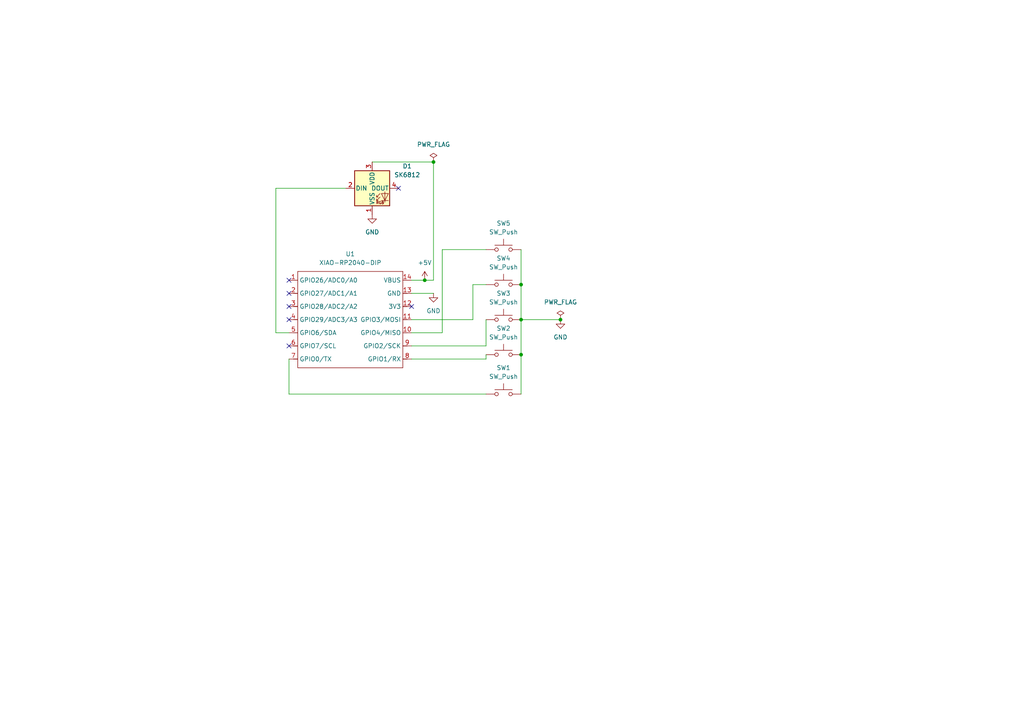
<source format=kicad_sch>
(kicad_sch
	(version 20250114)
	(generator "eeschema")
	(generator_version "9.0")
	(uuid "fdf4026b-3517-460d-8447-12e401ef4a25")
	(paper "A4")
	(lib_symbols
		(symbol "LED:SK6812"
			(pin_names
				(offset 0.254)
			)
			(exclude_from_sim no)
			(in_bom yes)
			(on_board yes)
			(property "Reference" "D"
				(at 5.08 5.715 0)
				(effects
					(font
						(size 1.27 1.27)
					)
					(justify right bottom)
				)
			)
			(property "Value" "SK6812"
				(at 1.27 -5.715 0)
				(effects
					(font
						(size 1.27 1.27)
					)
					(justify left top)
				)
			)
			(property "Footprint" "LED_SMD:LED_SK6812_PLCC4_5.0x5.0mm_P3.2mm"
				(at 1.27 -7.62 0)
				(effects
					(font
						(size 1.27 1.27)
					)
					(justify left top)
					(hide yes)
				)
			)
			(property "Datasheet" "https://cdn-shop.adafruit.com/product-files/1138/SK6812+LED+datasheet+.pdf"
				(at 2.54 -9.525 0)
				(effects
					(font
						(size 1.27 1.27)
					)
					(justify left top)
					(hide yes)
				)
			)
			(property "Description" "RGB LED with integrated controller"
				(at 0 0 0)
				(effects
					(font
						(size 1.27 1.27)
					)
					(hide yes)
				)
			)
			(property "ki_keywords" "RGB LED NeoPixel addressable"
				(at 0 0 0)
				(effects
					(font
						(size 1.27 1.27)
					)
					(hide yes)
				)
			)
			(property "ki_fp_filters" "LED*SK6812*PLCC*5.0x5.0mm*P3.2mm*"
				(at 0 0 0)
				(effects
					(font
						(size 1.27 1.27)
					)
					(hide yes)
				)
			)
			(symbol "SK6812_0_0"
				(text "RGB"
					(at 2.286 -4.191 0)
					(effects
						(font
							(size 0.762 0.762)
						)
					)
				)
			)
			(symbol "SK6812_0_1"
				(polyline
					(pts
						(xy 1.27 -2.54) (xy 1.778 -2.54)
					)
					(stroke
						(width 0)
						(type default)
					)
					(fill
						(type none)
					)
				)
				(polyline
					(pts
						(xy 1.27 -3.556) (xy 1.778 -3.556)
					)
					(stroke
						(width 0)
						(type default)
					)
					(fill
						(type none)
					)
				)
				(polyline
					(pts
						(xy 2.286 -1.524) (xy 1.27 -2.54) (xy 1.27 -2.032)
					)
					(stroke
						(width 0)
						(type default)
					)
					(fill
						(type none)
					)
				)
				(polyline
					(pts
						(xy 2.286 -2.54) (xy 1.27 -3.556) (xy 1.27 -3.048)
					)
					(stroke
						(width 0)
						(type default)
					)
					(fill
						(type none)
					)
				)
				(polyline
					(pts
						(xy 3.683 -1.016) (xy 3.683 -3.556) (xy 3.683 -4.064)
					)
					(stroke
						(width 0)
						(type default)
					)
					(fill
						(type none)
					)
				)
				(polyline
					(pts
						(xy 4.699 -1.524) (xy 2.667 -1.524) (xy 3.683 -3.556) (xy 4.699 -1.524)
					)
					(stroke
						(width 0)
						(type default)
					)
					(fill
						(type none)
					)
				)
				(polyline
					(pts
						(xy 4.699 -3.556) (xy 2.667 -3.556)
					)
					(stroke
						(width 0)
						(type default)
					)
					(fill
						(type none)
					)
				)
				(rectangle
					(start 5.08 5.08)
					(end -5.08 -5.08)
					(stroke
						(width 0.254)
						(type default)
					)
					(fill
						(type background)
					)
				)
			)
			(symbol "SK6812_1_1"
				(pin input line
					(at -7.62 0 0)
					(length 2.54)
					(name "DIN"
						(effects
							(font
								(size 1.27 1.27)
							)
						)
					)
					(number "2"
						(effects
							(font
								(size 1.27 1.27)
							)
						)
					)
				)
				(pin power_in line
					(at 0 7.62 270)
					(length 2.54)
					(name "VDD"
						(effects
							(font
								(size 1.27 1.27)
							)
						)
					)
					(number "3"
						(effects
							(font
								(size 1.27 1.27)
							)
						)
					)
				)
				(pin power_in line
					(at 0 -7.62 90)
					(length 2.54)
					(name "VSS"
						(effects
							(font
								(size 1.27 1.27)
							)
						)
					)
					(number "1"
						(effects
							(font
								(size 1.27 1.27)
							)
						)
					)
				)
				(pin output line
					(at 7.62 0 180)
					(length 2.54)
					(name "DOUT"
						(effects
							(font
								(size 1.27 1.27)
							)
						)
					)
					(number "4"
						(effects
							(font
								(size 1.27 1.27)
							)
						)
					)
				)
			)
			(embedded_fonts no)
		)
		(symbol "Seeed_Studio_XIAO_Series:XIAO-RP2040-DIP"
			(exclude_from_sim no)
			(in_bom yes)
			(on_board yes)
			(property "Reference" "U"
				(at 0 0 0)
				(effects
					(font
						(size 1.27 1.27)
					)
				)
			)
			(property "Value" "XIAO-RP2040-DIP"
				(at 5.334 -1.778 0)
				(effects
					(font
						(size 1.27 1.27)
					)
				)
			)
			(property "Footprint" "Module:MOUDLE14P-XIAO-DIP-SMD"
				(at 14.478 -32.258 0)
				(effects
					(font
						(size 1.27 1.27)
					)
					(hide yes)
				)
			)
			(property "Datasheet" ""
				(at 0 0 0)
				(effects
					(font
						(size 1.27 1.27)
					)
					(hide yes)
				)
			)
			(property "Description" ""
				(at 0 0 0)
				(effects
					(font
						(size 1.27 1.27)
					)
					(hide yes)
				)
			)
			(symbol "XIAO-RP2040-DIP_1_0"
				(polyline
					(pts
						(xy -1.27 -2.54) (xy 29.21 -2.54)
					)
					(stroke
						(width 0.1524)
						(type solid)
					)
					(fill
						(type none)
					)
				)
				(polyline
					(pts
						(xy -1.27 -5.08) (xy -2.54 -5.08)
					)
					(stroke
						(width 0.1524)
						(type solid)
					)
					(fill
						(type none)
					)
				)
				(polyline
					(pts
						(xy -1.27 -5.08) (xy -1.27 -2.54)
					)
					(stroke
						(width 0.1524)
						(type solid)
					)
					(fill
						(type none)
					)
				)
				(polyline
					(pts
						(xy -1.27 -8.89) (xy -2.54 -8.89)
					)
					(stroke
						(width 0.1524)
						(type solid)
					)
					(fill
						(type none)
					)
				)
				(polyline
					(pts
						(xy -1.27 -8.89) (xy -1.27 -5.08)
					)
					(stroke
						(width 0.1524)
						(type solid)
					)
					(fill
						(type none)
					)
				)
				(polyline
					(pts
						(xy -1.27 -12.7) (xy -2.54 -12.7)
					)
					(stroke
						(width 0.1524)
						(type solid)
					)
					(fill
						(type none)
					)
				)
				(polyline
					(pts
						(xy -1.27 -12.7) (xy -1.27 -8.89)
					)
					(stroke
						(width 0.1524)
						(type solid)
					)
					(fill
						(type none)
					)
				)
				(polyline
					(pts
						(xy -1.27 -16.51) (xy -2.54 -16.51)
					)
					(stroke
						(width 0.1524)
						(type solid)
					)
					(fill
						(type none)
					)
				)
				(polyline
					(pts
						(xy -1.27 -16.51) (xy -1.27 -12.7)
					)
					(stroke
						(width 0.1524)
						(type solid)
					)
					(fill
						(type none)
					)
				)
				(polyline
					(pts
						(xy -1.27 -20.32) (xy -2.54 -20.32)
					)
					(stroke
						(width 0.1524)
						(type solid)
					)
					(fill
						(type none)
					)
				)
				(polyline
					(pts
						(xy -1.27 -24.13) (xy -2.54 -24.13)
					)
					(stroke
						(width 0.1524)
						(type solid)
					)
					(fill
						(type none)
					)
				)
				(polyline
					(pts
						(xy -1.27 -27.94) (xy -2.54 -27.94)
					)
					(stroke
						(width 0.1524)
						(type solid)
					)
					(fill
						(type none)
					)
				)
				(polyline
					(pts
						(xy -1.27 -30.48) (xy -1.27 -16.51)
					)
					(stroke
						(width 0.1524)
						(type solid)
					)
					(fill
						(type none)
					)
				)
				(polyline
					(pts
						(xy 29.21 -2.54) (xy 29.21 -5.08)
					)
					(stroke
						(width 0.1524)
						(type solid)
					)
					(fill
						(type none)
					)
				)
				(polyline
					(pts
						(xy 29.21 -5.08) (xy 29.21 -8.89)
					)
					(stroke
						(width 0.1524)
						(type solid)
					)
					(fill
						(type none)
					)
				)
				(polyline
					(pts
						(xy 29.21 -8.89) (xy 29.21 -12.7)
					)
					(stroke
						(width 0.1524)
						(type solid)
					)
					(fill
						(type none)
					)
				)
				(polyline
					(pts
						(xy 29.21 -12.7) (xy 29.21 -30.48)
					)
					(stroke
						(width 0.1524)
						(type solid)
					)
					(fill
						(type none)
					)
				)
				(polyline
					(pts
						(xy 29.21 -30.48) (xy -1.27 -30.48)
					)
					(stroke
						(width 0.1524)
						(type solid)
					)
					(fill
						(type none)
					)
				)
				(polyline
					(pts
						(xy 30.48 -5.08) (xy 29.21 -5.08)
					)
					(stroke
						(width 0.1524)
						(type solid)
					)
					(fill
						(type none)
					)
				)
				(polyline
					(pts
						(xy 30.48 -8.89) (xy 29.21 -8.89)
					)
					(stroke
						(width 0.1524)
						(type solid)
					)
					(fill
						(type none)
					)
				)
				(polyline
					(pts
						(xy 30.48 -12.7) (xy 29.21 -12.7)
					)
					(stroke
						(width 0.1524)
						(type solid)
					)
					(fill
						(type none)
					)
				)
				(polyline
					(pts
						(xy 30.48 -16.51) (xy 29.21 -16.51)
					)
					(stroke
						(width 0.1524)
						(type solid)
					)
					(fill
						(type none)
					)
				)
				(polyline
					(pts
						(xy 30.48 -20.32) (xy 29.21 -20.32)
					)
					(stroke
						(width 0.1524)
						(type solid)
					)
					(fill
						(type none)
					)
				)
				(polyline
					(pts
						(xy 30.48 -24.13) (xy 29.21 -24.13)
					)
					(stroke
						(width 0.1524)
						(type solid)
					)
					(fill
						(type none)
					)
				)
				(polyline
					(pts
						(xy 30.48 -27.94) (xy 29.21 -27.94)
					)
					(stroke
						(width 0.1524)
						(type solid)
					)
					(fill
						(type none)
					)
				)
				(pin passive line
					(at -3.81 -5.08 0)
					(length 2.54)
					(name "GPIO26/ADC0/A0"
						(effects
							(font
								(size 1.27 1.27)
							)
						)
					)
					(number "1"
						(effects
							(font
								(size 1.27 1.27)
							)
						)
					)
				)
				(pin passive line
					(at -3.81 -8.89 0)
					(length 2.54)
					(name "GPIO27/ADC1/A1"
						(effects
							(font
								(size 1.27 1.27)
							)
						)
					)
					(number "2"
						(effects
							(font
								(size 1.27 1.27)
							)
						)
					)
				)
				(pin passive line
					(at -3.81 -12.7 0)
					(length 2.54)
					(name "GPIO28/ADC2/A2"
						(effects
							(font
								(size 1.27 1.27)
							)
						)
					)
					(number "3"
						(effects
							(font
								(size 1.27 1.27)
							)
						)
					)
				)
				(pin passive line
					(at -3.81 -16.51 0)
					(length 2.54)
					(name "GPIO29/ADC3/A3"
						(effects
							(font
								(size 1.27 1.27)
							)
						)
					)
					(number "4"
						(effects
							(font
								(size 1.27 1.27)
							)
						)
					)
				)
				(pin passive line
					(at -3.81 -20.32 0)
					(length 2.54)
					(name "GPIO6/SDA"
						(effects
							(font
								(size 1.27 1.27)
							)
						)
					)
					(number "5"
						(effects
							(font
								(size 1.27 1.27)
							)
						)
					)
				)
				(pin passive line
					(at -3.81 -24.13 0)
					(length 2.54)
					(name "GPIO7/SCL"
						(effects
							(font
								(size 1.27 1.27)
							)
						)
					)
					(number "6"
						(effects
							(font
								(size 1.27 1.27)
							)
						)
					)
				)
				(pin passive line
					(at -3.81 -27.94 0)
					(length 2.54)
					(name "GPIO0/TX"
						(effects
							(font
								(size 1.27 1.27)
							)
						)
					)
					(number "7"
						(effects
							(font
								(size 1.27 1.27)
							)
						)
					)
				)
				(pin passive line
					(at 31.75 -5.08 180)
					(length 2.54)
					(name "VBUS"
						(effects
							(font
								(size 1.27 1.27)
							)
						)
					)
					(number "14"
						(effects
							(font
								(size 1.27 1.27)
							)
						)
					)
				)
				(pin passive line
					(at 31.75 -8.89 180)
					(length 2.54)
					(name "GND"
						(effects
							(font
								(size 1.27 1.27)
							)
						)
					)
					(number "13"
						(effects
							(font
								(size 1.27 1.27)
							)
						)
					)
				)
				(pin passive line
					(at 31.75 -12.7 180)
					(length 2.54)
					(name "3V3"
						(effects
							(font
								(size 1.27 1.27)
							)
						)
					)
					(number "12"
						(effects
							(font
								(size 1.27 1.27)
							)
						)
					)
				)
				(pin passive line
					(at 31.75 -16.51 180)
					(length 2.54)
					(name "GPIO3/MOSI"
						(effects
							(font
								(size 1.27 1.27)
							)
						)
					)
					(number "11"
						(effects
							(font
								(size 1.27 1.27)
							)
						)
					)
				)
				(pin passive line
					(at 31.75 -20.32 180)
					(length 2.54)
					(name "GPIO4/MISO"
						(effects
							(font
								(size 1.27 1.27)
							)
						)
					)
					(number "10"
						(effects
							(font
								(size 1.27 1.27)
							)
						)
					)
				)
				(pin passive line
					(at 31.75 -24.13 180)
					(length 2.54)
					(name "GPIO2/SCK"
						(effects
							(font
								(size 1.27 1.27)
							)
						)
					)
					(number "9"
						(effects
							(font
								(size 1.27 1.27)
							)
						)
					)
				)
				(pin passive line
					(at 31.75 -27.94 180)
					(length 2.54)
					(name "GPIO1/RX"
						(effects
							(font
								(size 1.27 1.27)
							)
						)
					)
					(number "8"
						(effects
							(font
								(size 1.27 1.27)
							)
						)
					)
				)
			)
			(embedded_fonts no)
		)
		(symbol "Switch:SW_Push"
			(pin_numbers
				(hide yes)
			)
			(pin_names
				(offset 1.016)
				(hide yes)
			)
			(exclude_from_sim no)
			(in_bom yes)
			(on_board yes)
			(property "Reference" "SW"
				(at 1.27 2.54 0)
				(effects
					(font
						(size 1.27 1.27)
					)
					(justify left)
				)
			)
			(property "Value" "SW_Push"
				(at 0 -1.524 0)
				(effects
					(font
						(size 1.27 1.27)
					)
				)
			)
			(property "Footprint" ""
				(at 0 5.08 0)
				(effects
					(font
						(size 1.27 1.27)
					)
					(hide yes)
				)
			)
			(property "Datasheet" "~"
				(at 0 5.08 0)
				(effects
					(font
						(size 1.27 1.27)
					)
					(hide yes)
				)
			)
			(property "Description" "Push button switch, generic, two pins"
				(at 0 0 0)
				(effects
					(font
						(size 1.27 1.27)
					)
					(hide yes)
				)
			)
			(property "ki_keywords" "switch normally-open pushbutton push-button"
				(at 0 0 0)
				(effects
					(font
						(size 1.27 1.27)
					)
					(hide yes)
				)
			)
			(symbol "SW_Push_0_1"
				(circle
					(center -2.032 0)
					(radius 0.508)
					(stroke
						(width 0)
						(type default)
					)
					(fill
						(type none)
					)
				)
				(polyline
					(pts
						(xy 0 1.27) (xy 0 3.048)
					)
					(stroke
						(width 0)
						(type default)
					)
					(fill
						(type none)
					)
				)
				(circle
					(center 2.032 0)
					(radius 0.508)
					(stroke
						(width 0)
						(type default)
					)
					(fill
						(type none)
					)
				)
				(polyline
					(pts
						(xy 2.54 1.27) (xy -2.54 1.27)
					)
					(stroke
						(width 0)
						(type default)
					)
					(fill
						(type none)
					)
				)
				(pin passive line
					(at -5.08 0 0)
					(length 2.54)
					(name "1"
						(effects
							(font
								(size 1.27 1.27)
							)
						)
					)
					(number "1"
						(effects
							(font
								(size 1.27 1.27)
							)
						)
					)
				)
				(pin passive line
					(at 5.08 0 180)
					(length 2.54)
					(name "2"
						(effects
							(font
								(size 1.27 1.27)
							)
						)
					)
					(number "2"
						(effects
							(font
								(size 1.27 1.27)
							)
						)
					)
				)
			)
			(embedded_fonts no)
		)
		(symbol "power:+5V"
			(power)
			(pin_numbers
				(hide yes)
			)
			(pin_names
				(offset 0)
				(hide yes)
			)
			(exclude_from_sim no)
			(in_bom yes)
			(on_board yes)
			(property "Reference" "#PWR"
				(at 0 -3.81 0)
				(effects
					(font
						(size 1.27 1.27)
					)
					(hide yes)
				)
			)
			(property "Value" "+5V"
				(at 0 3.556 0)
				(effects
					(font
						(size 1.27 1.27)
					)
				)
			)
			(property "Footprint" ""
				(at 0 0 0)
				(effects
					(font
						(size 1.27 1.27)
					)
					(hide yes)
				)
			)
			(property "Datasheet" ""
				(at 0 0 0)
				(effects
					(font
						(size 1.27 1.27)
					)
					(hide yes)
				)
			)
			(property "Description" "Power symbol creates a global label with name \"+5V\""
				(at 0 0 0)
				(effects
					(font
						(size 1.27 1.27)
					)
					(hide yes)
				)
			)
			(property "ki_keywords" "global power"
				(at 0 0 0)
				(effects
					(font
						(size 1.27 1.27)
					)
					(hide yes)
				)
			)
			(symbol "+5V_0_1"
				(polyline
					(pts
						(xy -0.762 1.27) (xy 0 2.54)
					)
					(stroke
						(width 0)
						(type default)
					)
					(fill
						(type none)
					)
				)
				(polyline
					(pts
						(xy 0 2.54) (xy 0.762 1.27)
					)
					(stroke
						(width 0)
						(type default)
					)
					(fill
						(type none)
					)
				)
				(polyline
					(pts
						(xy 0 0) (xy 0 2.54)
					)
					(stroke
						(width 0)
						(type default)
					)
					(fill
						(type none)
					)
				)
			)
			(symbol "+5V_1_1"
				(pin power_in line
					(at 0 0 90)
					(length 0)
					(name "~"
						(effects
							(font
								(size 1.27 1.27)
							)
						)
					)
					(number "1"
						(effects
							(font
								(size 1.27 1.27)
							)
						)
					)
				)
			)
			(embedded_fonts no)
		)
		(symbol "power:GND"
			(power)
			(pin_numbers
				(hide yes)
			)
			(pin_names
				(offset 0)
				(hide yes)
			)
			(exclude_from_sim no)
			(in_bom yes)
			(on_board yes)
			(property "Reference" "#PWR"
				(at 0 -6.35 0)
				(effects
					(font
						(size 1.27 1.27)
					)
					(hide yes)
				)
			)
			(property "Value" "GND"
				(at 0 -3.81 0)
				(effects
					(font
						(size 1.27 1.27)
					)
				)
			)
			(property "Footprint" ""
				(at 0 0 0)
				(effects
					(font
						(size 1.27 1.27)
					)
					(hide yes)
				)
			)
			(property "Datasheet" ""
				(at 0 0 0)
				(effects
					(font
						(size 1.27 1.27)
					)
					(hide yes)
				)
			)
			(property "Description" "Power symbol creates a global label with name \"GND\" , ground"
				(at 0 0 0)
				(effects
					(font
						(size 1.27 1.27)
					)
					(hide yes)
				)
			)
			(property "ki_keywords" "global power"
				(at 0 0 0)
				(effects
					(font
						(size 1.27 1.27)
					)
					(hide yes)
				)
			)
			(symbol "GND_0_1"
				(polyline
					(pts
						(xy 0 0) (xy 0 -1.27) (xy 1.27 -1.27) (xy 0 -2.54) (xy -1.27 -1.27) (xy 0 -1.27)
					)
					(stroke
						(width 0)
						(type default)
					)
					(fill
						(type none)
					)
				)
			)
			(symbol "GND_1_1"
				(pin power_in line
					(at 0 0 270)
					(length 0)
					(name "~"
						(effects
							(font
								(size 1.27 1.27)
							)
						)
					)
					(number "1"
						(effects
							(font
								(size 1.27 1.27)
							)
						)
					)
				)
			)
			(embedded_fonts no)
		)
		(symbol "power:PWR_FLAG"
			(power)
			(pin_numbers
				(hide yes)
			)
			(pin_names
				(offset 0)
				(hide yes)
			)
			(exclude_from_sim no)
			(in_bom yes)
			(on_board yes)
			(property "Reference" "#FLG"
				(at 0 1.905 0)
				(effects
					(font
						(size 1.27 1.27)
					)
					(hide yes)
				)
			)
			(property "Value" "PWR_FLAG"
				(at 0 3.81 0)
				(effects
					(font
						(size 1.27 1.27)
					)
				)
			)
			(property "Footprint" ""
				(at 0 0 0)
				(effects
					(font
						(size 1.27 1.27)
					)
					(hide yes)
				)
			)
			(property "Datasheet" "~"
				(at 0 0 0)
				(effects
					(font
						(size 1.27 1.27)
					)
					(hide yes)
				)
			)
			(property "Description" "Special symbol for telling ERC where power comes from"
				(at 0 0 0)
				(effects
					(font
						(size 1.27 1.27)
					)
					(hide yes)
				)
			)
			(property "ki_keywords" "flag power"
				(at 0 0 0)
				(effects
					(font
						(size 1.27 1.27)
					)
					(hide yes)
				)
			)
			(symbol "PWR_FLAG_0_0"
				(pin power_out line
					(at 0 0 90)
					(length 0)
					(name "~"
						(effects
							(font
								(size 1.27 1.27)
							)
						)
					)
					(number "1"
						(effects
							(font
								(size 1.27 1.27)
							)
						)
					)
				)
			)
			(symbol "PWR_FLAG_0_1"
				(polyline
					(pts
						(xy 0 0) (xy 0 1.27) (xy -1.016 1.905) (xy 0 2.54) (xy 1.016 1.905) (xy 0 1.27)
					)
					(stroke
						(width 0)
						(type default)
					)
					(fill
						(type none)
					)
				)
			)
			(embedded_fonts no)
		)
	)
	(junction
		(at 151.13 102.87)
		(diameter 0)
		(color 0 0 0 0)
		(uuid "2920ab05-3431-4423-b3ae-2b2b3f934931")
	)
	(junction
		(at 123.19 81.28)
		(diameter 0)
		(color 0 0 0 0)
		(uuid "575a8252-fe21-424e-b1b9-aa522460afb2")
	)
	(junction
		(at 151.13 82.55)
		(diameter 0)
		(color 0 0 0 0)
		(uuid "79e81b00-6cc4-4420-a346-090207f07e85")
	)
	(junction
		(at 162.56 92.71)
		(diameter 0)
		(color 0 0 0 0)
		(uuid "b3f453a4-f79b-4bc4-a250-24a623d0c8b2")
	)
	(junction
		(at 125.73 46.99)
		(diameter 0)
		(color 0 0 0 0)
		(uuid "c334e77c-fa56-4ed2-8489-a193cbcf5b06")
	)
	(junction
		(at 151.13 92.71)
		(diameter 0)
		(color 0 0 0 0)
		(uuid "f97b2d1e-e443-42d1-b77a-5f7b32f3ab26")
	)
	(no_connect
		(at 119.38 88.9)
		(uuid "4cda7cd7-9ad3-4914-a458-3998db171d3e")
	)
	(no_connect
		(at 83.82 92.71)
		(uuid "82c04f2b-920f-44a9-ba7e-ea609b1b8a85")
	)
	(no_connect
		(at 115.57 54.61)
		(uuid "dd4a4f16-6e5d-471b-8ed6-2db5cc08ade5")
	)
	(no_connect
		(at 83.82 100.33)
		(uuid "e45e23fc-7279-4a20-b4a5-0e8ede5cdf67")
	)
	(no_connect
		(at 83.82 88.9)
		(uuid "e6e9396a-2cc3-4091-8905-b43791110c85")
	)
	(no_connect
		(at 83.82 85.09)
		(uuid "f82eb721-a77c-4c1b-926e-d7b9a504fa2e")
	)
	(no_connect
		(at 83.82 81.28)
		(uuid "fd54e5fe-5ea4-431d-9944-80e9c51295f5")
	)
	(wire
		(pts
			(xy 137.16 92.71) (xy 137.16 82.55)
		)
		(stroke
			(width 0)
			(type default)
		)
		(uuid "008e5170-7be1-47fd-bb88-be487a64ea67")
	)
	(wire
		(pts
			(xy 80.01 54.61) (xy 80.01 96.52)
		)
		(stroke
			(width 0)
			(type default)
		)
		(uuid "0450c8a9-55bc-4a5c-8b0c-379ea8cec1bc")
	)
	(wire
		(pts
			(xy 140.97 72.39) (xy 128.27 72.39)
		)
		(stroke
			(width 0)
			(type default)
		)
		(uuid "0c54fa0f-b5dc-4bd0-bf00-af3de3c7ff93")
	)
	(wire
		(pts
			(xy 128.27 96.52) (xy 119.38 96.52)
		)
		(stroke
			(width 0)
			(type default)
		)
		(uuid "138473fd-c614-42df-819d-f980ce1fa792")
	)
	(wire
		(pts
			(xy 151.13 82.55) (xy 151.13 92.71)
		)
		(stroke
			(width 0)
			(type default)
		)
		(uuid "29e354d2-ec23-4b84-9ecd-f46781a30456")
	)
	(wire
		(pts
			(xy 125.73 46.99) (xy 107.95 46.99)
		)
		(stroke
			(width 0)
			(type default)
		)
		(uuid "383bb8ca-2fc4-4a8d-9de1-bd92dc369747")
	)
	(wire
		(pts
			(xy 123.19 81.28) (xy 119.38 81.28)
		)
		(stroke
			(width 0)
			(type default)
		)
		(uuid "3c92abb1-c73c-42fb-b76d-711c895ffe17")
	)
	(wire
		(pts
			(xy 100.33 54.61) (xy 80.01 54.61)
		)
		(stroke
			(width 0)
			(type default)
		)
		(uuid "44cd4b24-5cfa-497a-82fb-c4b351408587")
	)
	(wire
		(pts
			(xy 151.13 92.71) (xy 162.56 92.71)
		)
		(stroke
			(width 0)
			(type default)
		)
		(uuid "48b48786-2318-447a-be3f-103921bcd260")
	)
	(wire
		(pts
			(xy 83.82 104.14) (xy 83.82 114.3)
		)
		(stroke
			(width 0)
			(type default)
		)
		(uuid "4a407bd1-3b4c-4868-83e3-d780180891aa")
	)
	(wire
		(pts
			(xy 119.38 92.71) (xy 137.16 92.71)
		)
		(stroke
			(width 0)
			(type default)
		)
		(uuid "4c93bc7a-32c6-4cae-b8da-c2bcffa5ab45")
	)
	(wire
		(pts
			(xy 151.13 102.87) (xy 151.13 114.3)
		)
		(stroke
			(width 0)
			(type default)
		)
		(uuid "4e627175-a48e-4d99-8d7a-7a188d095312")
	)
	(wire
		(pts
			(xy 80.01 96.52) (xy 83.82 96.52)
		)
		(stroke
			(width 0)
			(type default)
		)
		(uuid "58020e04-b942-44e1-bba8-25cd3527259c")
	)
	(wire
		(pts
			(xy 83.82 114.3) (xy 140.97 114.3)
		)
		(stroke
			(width 0)
			(type default)
		)
		(uuid "630bb2c4-ec71-4877-9b0f-d478c58a8783")
	)
	(wire
		(pts
			(xy 140.97 100.33) (xy 140.97 92.71)
		)
		(stroke
			(width 0)
			(type default)
		)
		(uuid "6aa8036d-7453-4b04-bb50-c772246e02fb")
	)
	(wire
		(pts
			(xy 151.13 92.71) (xy 151.13 102.87)
		)
		(stroke
			(width 0)
			(type default)
		)
		(uuid "6cc7cb44-c34d-4fb4-a6f7-0347a1df92e6")
	)
	(wire
		(pts
			(xy 128.27 72.39) (xy 128.27 96.52)
		)
		(stroke
			(width 0)
			(type default)
		)
		(uuid "9062b00c-00cb-440e-9d59-65b03a619cd6")
	)
	(wire
		(pts
			(xy 119.38 104.14) (xy 140.97 104.14)
		)
		(stroke
			(width 0)
			(type default)
		)
		(uuid "967430ad-52fb-43bd-8063-e9a96a62ffb5")
	)
	(wire
		(pts
			(xy 123.19 81.28) (xy 125.73 81.28)
		)
		(stroke
			(width 0)
			(type default)
		)
		(uuid "b9fde70e-9b66-4a19-bbbb-a74b8db5cfd7")
	)
	(wire
		(pts
			(xy 125.73 85.09) (xy 119.38 85.09)
		)
		(stroke
			(width 0)
			(type default)
		)
		(uuid "bd5e17e3-90cd-4085-988d-0fdda7055dc3")
	)
	(wire
		(pts
			(xy 125.73 46.99) (xy 125.73 81.28)
		)
		(stroke
			(width 0)
			(type default)
		)
		(uuid "c6d3d8b9-faa7-46af-82f8-1785ec423ec8")
	)
	(wire
		(pts
			(xy 137.16 82.55) (xy 140.97 82.55)
		)
		(stroke
			(width 0)
			(type default)
		)
		(uuid "d1735a29-e968-45ee-b744-7a6e67c78e0a")
	)
	(wire
		(pts
			(xy 140.97 104.14) (xy 140.97 102.87)
		)
		(stroke
			(width 0)
			(type default)
		)
		(uuid "ddb8953d-98be-4298-841f-d76310d73e6a")
	)
	(wire
		(pts
			(xy 151.13 72.39) (xy 151.13 82.55)
		)
		(stroke
			(width 0)
			(type default)
		)
		(uuid "fa826332-f17a-411f-9e7d-e47df956b4be")
	)
	(wire
		(pts
			(xy 119.38 100.33) (xy 140.97 100.33)
		)
		(stroke
			(width 0)
			(type default)
		)
		(uuid "fc8a373d-c82b-4da5-8eb6-d987d2f0052d")
	)
	(symbol
		(lib_id "Seeed_Studio_XIAO_Series:XIAO-RP2040-DIP")
		(at 87.63 76.2 0)
		(unit 1)
		(exclude_from_sim no)
		(in_bom yes)
		(on_board yes)
		(dnp no)
		(fields_autoplaced yes)
		(uuid "26fdf740-762b-4d1d-bd02-5378eb7017a9")
		(property "Reference" "U1"
			(at 101.6 73.66 0)
			(effects
				(font
					(size 1.27 1.27)
				)
			)
		)
		(property "Value" "XIAO-RP2040-DIP"
			(at 101.6 76.2 0)
			(effects
				(font
					(size 1.27 1.27)
				)
			)
		)
		(property "Footprint" "OPL_Kicad_Library-master:XIAO-RP2040-DIP"
			(at 102.108 108.458 0)
			(effects
				(font
					(size 1.27 1.27)
				)
				(hide yes)
			)
		)
		(property "Datasheet" ""
			(at 87.63 76.2 0)
			(effects
				(font
					(size 1.27 1.27)
				)
				(hide yes)
			)
		)
		(property "Description" ""
			(at 87.63 76.2 0)
			(effects
				(font
					(size 1.27 1.27)
				)
				(hide yes)
			)
		)
		(pin "10"
			(uuid "0df03cdb-9abe-4f4f-bbcc-411abdba7714")
		)
		(pin "13"
			(uuid "cbc597db-c15b-4be4-9450-228c001710df")
		)
		(pin "6"
			(uuid "30ab410d-3f79-4d35-9513-9a74cc41136c")
		)
		(pin "11"
			(uuid "627a2b8e-d934-4d52-aa2e-9370696942d8")
		)
		(pin "9"
			(uuid "2f1238bf-212b-407f-8058-1c252b85e31f")
		)
		(pin "8"
			(uuid "d8e9f27e-5828-43bc-96fb-f154e94ee574")
		)
		(pin "14"
			(uuid "ed24a8f7-ef5d-4c35-989e-4853b175c1d2")
		)
		(pin "5"
			(uuid "260d2e62-4ba1-40ce-8133-7b3d14ece753")
		)
		(pin "7"
			(uuid "22c73331-f107-4d9c-adbe-0cca9a1cda80")
		)
		(pin "12"
			(uuid "be3616a7-9f41-4891-871d-1c0d9df83f5b")
		)
		(pin "1"
			(uuid "c924cddf-c3f7-4e7f-bd35-fd78b543cf7a")
		)
		(pin "3"
			(uuid "1d5a2193-3880-4ba3-874d-7e9a06da20d4")
		)
		(pin "4"
			(uuid "e6b7a8bb-8181-4697-af44-fd4211f1e517")
		)
		(pin "2"
			(uuid "fc51b282-b459-4619-9031-7e9aae984917")
		)
		(instances
			(project ""
				(path "/fdf4026b-3517-460d-8447-12e401ef4a25"
					(reference "U1")
					(unit 1)
				)
			)
		)
	)
	(symbol
		(lib_id "power:PWR_FLAG")
		(at 162.56 92.71 0)
		(unit 1)
		(exclude_from_sim no)
		(in_bom yes)
		(on_board yes)
		(dnp no)
		(fields_autoplaced yes)
		(uuid "29fb9a2e-2d98-4741-9952-4bcd1b462b06")
		(property "Reference" "#FLG01"
			(at 162.56 90.805 0)
			(effects
				(font
					(size 1.27 1.27)
				)
				(hide yes)
			)
		)
		(property "Value" "PWR_FLAG"
			(at 162.56 87.63 0)
			(effects
				(font
					(size 1.27 1.27)
				)
			)
		)
		(property "Footprint" ""
			(at 162.56 92.71 0)
			(effects
				(font
					(size 1.27 1.27)
				)
				(hide yes)
			)
		)
		(property "Datasheet" "~"
			(at 162.56 92.71 0)
			(effects
				(font
					(size 1.27 1.27)
				)
				(hide yes)
			)
		)
		(property "Description" "Special symbol for telling ERC where power comes from"
			(at 162.56 92.71 0)
			(effects
				(font
					(size 1.27 1.27)
				)
				(hide yes)
			)
		)
		(pin "1"
			(uuid "24e6ddcd-2ea9-47b5-aace-482d1a2eca6c")
		)
		(instances
			(project ""
				(path "/fdf4026b-3517-460d-8447-12e401ef4a25"
					(reference "#FLG01")
					(unit 1)
				)
			)
		)
	)
	(symbol
		(lib_id "power:PWR_FLAG")
		(at 125.73 46.99 0)
		(unit 1)
		(exclude_from_sim no)
		(in_bom yes)
		(on_board yes)
		(dnp no)
		(fields_autoplaced yes)
		(uuid "2bf64b0f-2115-4aba-b7c1-e03ab4fdcc5e")
		(property "Reference" "#FLG02"
			(at 125.73 45.085 0)
			(effects
				(font
					(size 1.27 1.27)
				)
				(hide yes)
			)
		)
		(property "Value" "PWR_FLAG"
			(at 125.73 41.91 0)
			(effects
				(font
					(size 1.27 1.27)
				)
			)
		)
		(property "Footprint" ""
			(at 125.73 46.99 0)
			(effects
				(font
					(size 1.27 1.27)
				)
				(hide yes)
			)
		)
		(property "Datasheet" "~"
			(at 125.73 46.99 0)
			(effects
				(font
					(size 1.27 1.27)
				)
				(hide yes)
			)
		)
		(property "Description" "Special symbol for telling ERC where power comes from"
			(at 125.73 46.99 0)
			(effects
				(font
					(size 1.27 1.27)
				)
				(hide yes)
			)
		)
		(pin "1"
			(uuid "cf8a32b2-ae7f-4025-8a7d-fd81a42e796c")
		)
		(instances
			(project ""
				(path "/fdf4026b-3517-460d-8447-12e401ef4a25"
					(reference "#FLG02")
					(unit 1)
				)
			)
		)
	)
	(symbol
		(lib_id "Switch:SW_Push")
		(at 146.05 114.3 0)
		(unit 1)
		(exclude_from_sim no)
		(in_bom yes)
		(on_board yes)
		(dnp no)
		(fields_autoplaced yes)
		(uuid "4a8cab7f-fab2-439a-8b7c-abe291fdecf9")
		(property "Reference" "SW1"
			(at 146.05 106.68 0)
			(effects
				(font
					(size 1.27 1.27)
				)
			)
		)
		(property "Value" "SW_Push"
			(at 146.05 109.22 0)
			(effects
				(font
					(size 1.27 1.27)
				)
			)
		)
		(property "Footprint" "Button_Switch_Keyboard:SW_Cherry_MX_1.00u_PCB"
			(at 146.05 109.22 0)
			(effects
				(font
					(size 1.27 1.27)
				)
				(hide yes)
			)
		)
		(property "Datasheet" "~"
			(at 146.05 109.22 0)
			(effects
				(font
					(size 1.27 1.27)
				)
				(hide yes)
			)
		)
		(property "Description" "Push button switch, generic, two pins"
			(at 146.05 114.3 0)
			(effects
				(font
					(size 1.27 1.27)
				)
				(hide yes)
			)
		)
		(pin "1"
			(uuid "e0399b5a-2f42-43a5-b44c-4a2973a2248e")
		)
		(pin "2"
			(uuid "90a564e9-807f-491b-b1c3-c83441b3288e")
		)
		(instances
			(project ""
				(path "/fdf4026b-3517-460d-8447-12e401ef4a25"
					(reference "SW1")
					(unit 1)
				)
			)
		)
	)
	(symbol
		(lib_id "power:GND")
		(at 162.56 92.71 0)
		(unit 1)
		(exclude_from_sim no)
		(in_bom yes)
		(on_board yes)
		(dnp no)
		(fields_autoplaced yes)
		(uuid "51610b29-a360-4744-b55a-25cd5cb95c9e")
		(property "Reference" "#PWR01"
			(at 162.56 99.06 0)
			(effects
				(font
					(size 1.27 1.27)
				)
				(hide yes)
			)
		)
		(property "Value" "GND"
			(at 162.56 97.79 0)
			(effects
				(font
					(size 1.27 1.27)
				)
			)
		)
		(property "Footprint" ""
			(at 162.56 92.71 0)
			(effects
				(font
					(size 1.27 1.27)
				)
				(hide yes)
			)
		)
		(property "Datasheet" ""
			(at 162.56 92.71 0)
			(effects
				(font
					(size 1.27 1.27)
				)
				(hide yes)
			)
		)
		(property "Description" "Power symbol creates a global label with name \"GND\" , ground"
			(at 162.56 92.71 0)
			(effects
				(font
					(size 1.27 1.27)
				)
				(hide yes)
			)
		)
		(pin "1"
			(uuid "e8c95767-52a9-4456-bc17-8be59f28bf90")
		)
		(instances
			(project ""
				(path "/fdf4026b-3517-460d-8447-12e401ef4a25"
					(reference "#PWR01")
					(unit 1)
				)
			)
		)
	)
	(symbol
		(lib_id "power:GND")
		(at 107.95 62.23 0)
		(unit 1)
		(exclude_from_sim no)
		(in_bom yes)
		(on_board yes)
		(dnp no)
		(fields_autoplaced yes)
		(uuid "601da47b-d719-4af2-9418-c56197fcc35b")
		(property "Reference" "#PWR05"
			(at 107.95 68.58 0)
			(effects
				(font
					(size 1.27 1.27)
				)
				(hide yes)
			)
		)
		(property "Value" "GND"
			(at 107.95 67.31 0)
			(effects
				(font
					(size 1.27 1.27)
				)
			)
		)
		(property "Footprint" ""
			(at 107.95 62.23 0)
			(effects
				(font
					(size 1.27 1.27)
				)
				(hide yes)
			)
		)
		(property "Datasheet" ""
			(at 107.95 62.23 0)
			(effects
				(font
					(size 1.27 1.27)
				)
				(hide yes)
			)
		)
		(property "Description" "Power symbol creates a global label with name \"GND\" , ground"
			(at 107.95 62.23 0)
			(effects
				(font
					(size 1.27 1.27)
				)
				(hide yes)
			)
		)
		(pin "1"
			(uuid "80a6a0f0-94c5-4106-a7c5-4a1de23fe387")
		)
		(instances
			(project ""
				(path "/fdf4026b-3517-460d-8447-12e401ef4a25"
					(reference "#PWR05")
					(unit 1)
				)
			)
		)
	)
	(symbol
		(lib_id "Switch:SW_Push")
		(at 146.05 82.55 0)
		(unit 1)
		(exclude_from_sim no)
		(in_bom yes)
		(on_board yes)
		(dnp no)
		(fields_autoplaced yes)
		(uuid "811e3cbe-04cf-42d8-8e08-734bd39229cb")
		(property "Reference" "SW4"
			(at 146.05 74.93 0)
			(effects
				(font
					(size 1.27 1.27)
				)
			)
		)
		(property "Value" "SW_Push"
			(at 146.05 77.47 0)
			(effects
				(font
					(size 1.27 1.27)
				)
			)
		)
		(property "Footprint" "Button_Switch_Keyboard:SW_Cherry_MX_1.00u_PCB"
			(at 146.05 77.47 0)
			(effects
				(font
					(size 1.27 1.27)
				)
				(hide yes)
			)
		)
		(property "Datasheet" "~"
			(at 146.05 77.47 0)
			(effects
				(font
					(size 1.27 1.27)
				)
				(hide yes)
			)
		)
		(property "Description" "Push button switch, generic, two pins"
			(at 146.05 82.55 0)
			(effects
				(font
					(size 1.27 1.27)
				)
				(hide yes)
			)
		)
		(pin "1"
			(uuid "07316ae3-1cfd-4256-ad69-0c7cc5455b86")
		)
		(pin "2"
			(uuid "b4b85051-75ae-4a23-ade5-82de058ec3db")
		)
		(instances
			(project "Advik's Hackpad"
				(path "/fdf4026b-3517-460d-8447-12e401ef4a25"
					(reference "SW4")
					(unit 1)
				)
			)
		)
	)
	(symbol
		(lib_id "Switch:SW_Push")
		(at 146.05 102.87 0)
		(unit 1)
		(exclude_from_sim no)
		(in_bom yes)
		(on_board yes)
		(dnp no)
		(fields_autoplaced yes)
		(uuid "8bedfe8d-4ef6-4708-b57d-35616ed27f4b")
		(property "Reference" "SW2"
			(at 146.05 95.25 0)
			(effects
				(font
					(size 1.27 1.27)
				)
			)
		)
		(property "Value" "SW_Push"
			(at 146.05 97.79 0)
			(effects
				(font
					(size 1.27 1.27)
				)
			)
		)
		(property "Footprint" "Button_Switch_Keyboard:SW_Cherry_MX_1.00u_PCB"
			(at 146.05 97.79 0)
			(effects
				(font
					(size 1.27 1.27)
				)
				(hide yes)
			)
		)
		(property "Datasheet" "~"
			(at 146.05 97.79 0)
			(effects
				(font
					(size 1.27 1.27)
				)
				(hide yes)
			)
		)
		(property "Description" "Push button switch, generic, two pins"
			(at 146.05 102.87 0)
			(effects
				(font
					(size 1.27 1.27)
				)
				(hide yes)
			)
		)
		(pin "1"
			(uuid "93cbc8c0-1aa2-40bd-94be-b9e86250eb30")
		)
		(pin "2"
			(uuid "c62b17b6-8fdd-431d-9202-6d106c7f5ef4")
		)
		(instances
			(project "Advik's Hackpad"
				(path "/fdf4026b-3517-460d-8447-12e401ef4a25"
					(reference "SW2")
					(unit 1)
				)
			)
		)
	)
	(symbol
		(lib_id "LED:SK6812")
		(at 107.95 54.61 0)
		(unit 1)
		(exclude_from_sim no)
		(in_bom yes)
		(on_board yes)
		(dnp no)
		(fields_autoplaced yes)
		(uuid "908978a1-16d4-41a7-9381-34c2d2539069")
		(property "Reference" "D1"
			(at 118.11 48.1898 0)
			(effects
				(font
					(size 1.27 1.27)
				)
			)
		)
		(property "Value" "SK6812"
			(at 118.11 50.7298 0)
			(effects
				(font
					(size 1.27 1.27)
				)
			)
		)
		(property "Footprint" "LED_SMD:LED_SK6812MINI_PLCC4_3.5x3.5mm_P1.75mm"
			(at 109.22 62.23 0)
			(effects
				(font
					(size 1.27 1.27)
				)
				(justify left top)
				(hide yes)
			)
		)
		(property "Datasheet" "https://cdn-shop.adafruit.com/product-files/1138/SK6812+LED+datasheet+.pdf"
			(at 110.49 64.135 0)
			(effects
				(font
					(size 1.27 1.27)
				)
				(justify left top)
				(hide yes)
			)
		)
		(property "Description" "RGB LED with integrated controller"
			(at 107.95 54.61 0)
			(effects
				(font
					(size 1.27 1.27)
				)
				(hide yes)
			)
		)
		(pin "2"
			(uuid "98eadf52-3712-4c6b-92c4-d64034ab692a")
		)
		(pin "3"
			(uuid "1c9099bc-6d79-4313-ad05-fdb36154f787")
		)
		(pin "4"
			(uuid "26e2620a-fa22-49e9-8366-dd0369f8a8ac")
		)
		(pin "1"
			(uuid "28ca1a3d-0426-40f7-91d4-e22e97ca0585")
		)
		(instances
			(project ""
				(path "/fdf4026b-3517-460d-8447-12e401ef4a25"
					(reference "D1")
					(unit 1)
				)
			)
		)
	)
	(symbol
		(lib_id "Switch:SW_Push")
		(at 146.05 92.71 0)
		(unit 1)
		(exclude_from_sim no)
		(in_bom yes)
		(on_board yes)
		(dnp no)
		(fields_autoplaced yes)
		(uuid "91365fdc-a37c-44a7-ad66-e39b4230278a")
		(property "Reference" "SW3"
			(at 146.05 85.09 0)
			(effects
				(font
					(size 1.27 1.27)
				)
			)
		)
		(property "Value" "SW_Push"
			(at 146.05 87.63 0)
			(effects
				(font
					(size 1.27 1.27)
				)
			)
		)
		(property "Footprint" "Button_Switch_Keyboard:SW_Cherry_MX_1.00u_PCB"
			(at 146.05 87.63 0)
			(effects
				(font
					(size 1.27 1.27)
				)
				(hide yes)
			)
		)
		(property "Datasheet" "~"
			(at 146.05 87.63 0)
			(effects
				(font
					(size 1.27 1.27)
				)
				(hide yes)
			)
		)
		(property "Description" "Push button switch, generic, two pins"
			(at 146.05 92.71 0)
			(effects
				(font
					(size 1.27 1.27)
				)
				(hide yes)
			)
		)
		(pin "1"
			(uuid "abe50e40-19e3-4bbe-bcce-90badfbf7746")
		)
		(pin "2"
			(uuid "c415036f-908f-4c13-95c6-b25910b04f63")
		)
		(instances
			(project "Advik's Hackpad"
				(path "/fdf4026b-3517-460d-8447-12e401ef4a25"
					(reference "SW3")
					(unit 1)
				)
			)
		)
	)
	(symbol
		(lib_id "power:GND")
		(at 125.73 85.09 0)
		(unit 1)
		(exclude_from_sim no)
		(in_bom yes)
		(on_board yes)
		(dnp no)
		(fields_autoplaced yes)
		(uuid "cb7ee5b2-e440-4846-af21-301e0c9f44be")
		(property "Reference" "#PWR02"
			(at 125.73 91.44 0)
			(effects
				(font
					(size 1.27 1.27)
				)
				(hide yes)
			)
		)
		(property "Value" "GND"
			(at 125.73 90.17 0)
			(effects
				(font
					(size 1.27 1.27)
				)
			)
		)
		(property "Footprint" ""
			(at 125.73 85.09 0)
			(effects
				(font
					(size 1.27 1.27)
				)
				(hide yes)
			)
		)
		(property "Datasheet" ""
			(at 125.73 85.09 0)
			(effects
				(font
					(size 1.27 1.27)
				)
				(hide yes)
			)
		)
		(property "Description" "Power symbol creates a global label with name \"GND\" , ground"
			(at 125.73 85.09 0)
			(effects
				(font
					(size 1.27 1.27)
				)
				(hide yes)
			)
		)
		(pin "1"
			(uuid "7cce8ec8-b74b-40bd-b13f-56514024c45f")
		)
		(instances
			(project ""
				(path "/fdf4026b-3517-460d-8447-12e401ef4a25"
					(reference "#PWR02")
					(unit 1)
				)
			)
		)
	)
	(symbol
		(lib_id "Switch:SW_Push")
		(at 146.05 72.39 0)
		(unit 1)
		(exclude_from_sim no)
		(in_bom yes)
		(on_board yes)
		(dnp no)
		(fields_autoplaced yes)
		(uuid "deb8be4a-f99a-4a4b-8a7b-d4a0d417e4c5")
		(property "Reference" "SW5"
			(at 146.05 64.77 0)
			(effects
				(font
					(size 1.27 1.27)
				)
			)
		)
		(property "Value" "SW_Push"
			(at 146.05 67.31 0)
			(effects
				(font
					(size 1.27 1.27)
				)
			)
		)
		(property "Footprint" "Button_Switch_Keyboard:SW_Cherry_MX_1.00u_PCB"
			(at 146.05 67.31 0)
			(effects
				(font
					(size 1.27 1.27)
				)
				(hide yes)
			)
		)
		(property "Datasheet" "~"
			(at 146.05 67.31 0)
			(effects
				(font
					(size 1.27 1.27)
				)
				(hide yes)
			)
		)
		(property "Description" "Push button switch, generic, two pins"
			(at 146.05 72.39 0)
			(effects
				(font
					(size 1.27 1.27)
				)
				(hide yes)
			)
		)
		(pin "1"
			(uuid "9892a045-ec4f-49e8-be3c-8ae618204274")
		)
		(pin "2"
			(uuid "e2ecd41c-e983-42fc-b74d-1a6a133a34d2")
		)
		(instances
			(project "Advik's Hackpad"
				(path "/fdf4026b-3517-460d-8447-12e401ef4a25"
					(reference "SW5")
					(unit 1)
				)
			)
		)
	)
	(symbol
		(lib_id "power:+5V")
		(at 123.19 81.28 0)
		(unit 1)
		(exclude_from_sim no)
		(in_bom yes)
		(on_board yes)
		(dnp no)
		(fields_autoplaced yes)
		(uuid "e838abc2-185d-4411-8d9f-ae67534b2e3f")
		(property "Reference" "#PWR03"
			(at 123.19 85.09 0)
			(effects
				(font
					(size 1.27 1.27)
				)
				(hide yes)
			)
		)
		(property "Value" "+5V"
			(at 123.19 76.2 0)
			(effects
				(font
					(size 1.27 1.27)
				)
			)
		)
		(property "Footprint" ""
			(at 123.19 81.28 0)
			(effects
				(font
					(size 1.27 1.27)
				)
				(hide yes)
			)
		)
		(property "Datasheet" ""
			(at 123.19 81.28 0)
			(effects
				(font
					(size 1.27 1.27)
				)
				(hide yes)
			)
		)
		(property "Description" "Power symbol creates a global label with name \"+5V\""
			(at 123.19 81.28 0)
			(effects
				(font
					(size 1.27 1.27)
				)
				(hide yes)
			)
		)
		(pin "1"
			(uuid "5be1a17c-77c3-4325-9bae-9df60712e8d0")
		)
		(instances
			(project ""
				(path "/fdf4026b-3517-460d-8447-12e401ef4a25"
					(reference "#PWR03")
					(unit 1)
				)
			)
		)
	)
	(sheet_instances
		(path "/"
			(page "1")
		)
	)
	(embedded_fonts no)
)

</source>
